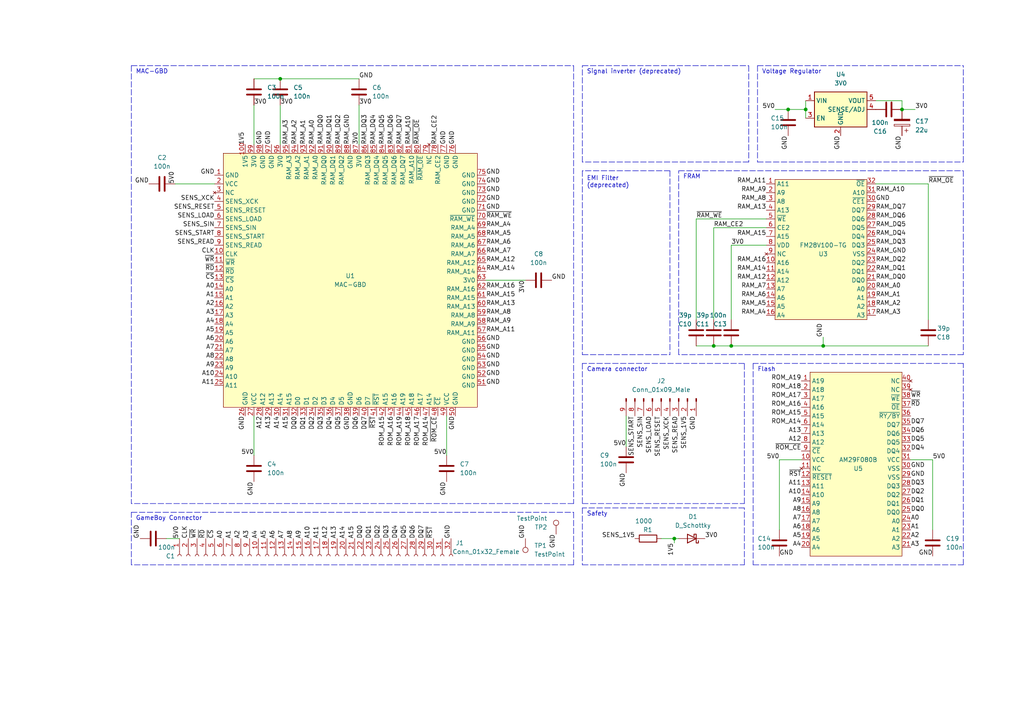
<source format=kicad_sch>
(kicad_sch (version 20231120) (generator "eeschema") (generator_version "8.0")
  (paper "A4")
  (title_block (title "Flashable Camera") (date "2024-07-26") (rev "B") (company "Made by 2BitWizard") (comment 1 "C10, C11 and C18 changed from 22 pf to 39 pf") (comment 2 "All 10 nf caps changed to 100 nf caps") (comment 3 "Signal inverter removed and RAM_CE1 to GND"))
  (lib_symbols
    (symbol "Connector:Conn_01x09_Male" (pin_names (offset 1.016) hide)
      (property "Reference" "J" (at 0 12.7 0))
      (property "Value" "Conn_01x09_Male" (at 0 -12.7 0))
      (symbol "Conn_01x09_Male_1_1"
        (polyline (pts (xy 1.27 -10.16) (xy 0.8636 -10.16)) (stroke (width 0.1524)))
        (polyline (pts (xy 1.27 -7.62) (xy 0.8636 -7.62)) (stroke (width 0.1524)))
        (polyline (pts (xy 1.27 -5.08) (xy 0.8636 -5.08)) (stroke (width 0.1524)))
        (polyline (pts (xy 1.27 -2.54) (xy 0.8636 -2.54)) (stroke (width 0.1524)))
        (polyline (pts (xy 1.27 0) (xy 0.8636 0)) (stroke (width 0.1524)))
        (polyline (pts (xy 1.27 2.54) (xy 0.8636 2.54)) (stroke (width 0.1524)))
        (polyline (pts (xy 1.27 5.08) (xy 0.8636 5.08)) (stroke (width 0.1524)))
        (polyline (pts (xy 1.27 7.62) (xy 0.8636 7.62)) (stroke (width 0.1524)))
        (polyline (pts (xy 1.27 10.16) (xy 0.8636 10.16)) (stroke (width 0.1524)))
        (rectangle (start 0.8636 -10.033) (end 0 -10.287) (stroke (width 0.1524)) (fill (type outline)))
        (rectangle (start 0.8636 -7.493) (end 0 -7.747) (stroke (width 0.1524)) (fill (type outline)))
        (rectangle (start 0.8636 -4.953) (end 0 -5.207) (stroke (width 0.1524)) (fill (type outline)))
        (rectangle (start 0.8636 -2.413) (end 0 -2.667) (stroke (width 0.1524)) (fill (type outline)))
        (rectangle (start 0.8636 0.127) (end 0 -0.127) (stroke (width 0.1524)) (fill (type outline)))
        (rectangle (start 0.8636 2.667) (end 0 2.413) (stroke (width 0.1524)) (fill (type outline)))
        (rectangle (start 0.8636 5.207) (end 0 4.953) (stroke (width 0.1524)) (fill (type outline)))
        (rectangle (start 0.8636 7.747) (end 0 7.493) (stroke (width 0.1524)) (fill (type outline)))
        (rectangle (start 0.8636 10.287) (end 0 10.033) (stroke (width 0.1524)) (fill (type outline)))
        (pin passive line (at 5.08 10.16 180) (length 3.81) (name "Pin_1") (number "1"))
        (pin passive line (at 5.08 7.62 180) (length 3.81) (name "Pin_2") (number "2"))
        (pin passive line (at 5.08 5.08 180) (length 3.81) (name "Pin_3") (number "3"))
        (pin passive line (at 5.08 2.54 180) (length 3.81) (name "Pin_4") (number "4"))
        (pin passive line (at 5.08 0 180) (length 3.81) (name "Pin_5") (number "5"))
        (pin passive line (at 5.08 -2.54 180) (length 3.81) (name "Pin_6") (number "6"))
        (pin passive line (at 5.08 -5.08 180) (length 3.81) (name "Pin_7") (number "7"))
        (pin passive line (at 5.08 -7.62 180) (length 3.81) (name "Pin_8") (number "8"))
        (pin passive line (at 5.08 -10.16 180) (length 3.81) (name "Pin_9") (number "9"))
      )
    )
    (symbol "Connector:Conn_01x32_Female" (pin_names (offset 1.016) hide)
      (property "Reference" "J" (at 0 40.64 0))
      (property "Value" "Conn_01x32_Female" (at 0 -43.18 0))
      (symbol "Conn_01x32_Female_1_1"
        (arc (start 0 -40.132) (mid -0.5058 -40.64) (end 0 -41.148) (stroke (width 0.1524)))
        (arc (start 0 -37.592) (mid -0.5058 -38.1) (end 0 -38.608) (stroke (width 0.1524)))
        (arc (start 0 -35.052) (mid -0.5058 -35.56) (end 0 -36.068) (stroke (width 0.1524)))
        (arc (start 0 -32.512) (mid -0.5058 -33.02) (end 0 -33.528) (stroke (width 0.1524)))
        (arc (start 0 -29.972) (mid -0.5058 -30.48) (end 0 -30.988) (stroke (width 0.1524)))
        (arc (start 0 -27.432) (mid -0.5058 -27.94) (end 0 -28.448) (stroke (width 0.1524)))
        (arc (start 0 -24.892) (mid -0.5058 -25.4) (end 0 -25.908) (stroke (width 0.1524)))
        (arc (start 0 -22.352) (mid -0.5058 -22.86) (end 0 -23.368) (stroke (width 0.1524)))
        (arc (start 0 -19.812) (mid -0.5058 -20.32) (end 0 -20.828) (stroke (width 0.1524)))
        (arc (start 0 -17.272) (mid -0.5058 -17.78) (end 0 -18.288) (stroke (width 0.1524)))
        (arc (start 0 -14.732) (mid -0.5058 -15.24) (end 0 -15.748) (stroke (width 0.1524)))
        (arc (start 0 -12.192) (mid -0.5058 -12.7) (end 0 -13.208) (stroke (width 0.1524)))
        (arc (start 0 -9.652) (mid -0.5058 -10.16) (end 0 -10.668) (stroke (width 0.1524)))
        (arc (start 0 -7.112) (mid -0.5058 -7.62) (end 0 -8.128) (stroke (width 0.1524)))
        (arc (start 0 -4.572) (mid -0.5058 -5.08) (end 0 -5.588) (stroke (width 0.1524)))
        (arc (start 0 -2.032) (mid -0.5058 -2.54) (end 0 -3.048) (stroke (width 0.1524)))
        (polyline (pts (xy -1.27 -40.64) (xy -0.508 -40.64)) (stroke (width 0.1524)))
        (polyline (pts (xy -1.27 -38.1) (xy -0.508 -38.1)) (stroke (width 0.1524)))
        (polyline (pts (xy -1.27 -35.56) (xy -0.508 -35.56)) (stroke (width 0.1524)))
        (polyline (pts (xy -1.27 -33.02) (xy -0.508 -33.02)) (stroke (width 0.1524)))
        (polyline (pts (xy -1.27 -30.48) (xy -0.508 -30.48)) (stroke (width 0.1524)))
        (polyline (pts (xy -1.27 -27.94) (xy -0.508 -27.94)) (stroke (width 0.1524)))
        (polyline (pts (xy -1.27 -25.4) (xy -0.508 -25.4)) (stroke (width 0.1524)))
        (polyline (pts (xy -1.27 -22.86) (xy -0.508 -22.86)) (stroke (width 0.1524)))
        (polyline (pts (xy -1.27 -20.32) (xy -0.508 -20.32)) (stroke (width 0.1524)))
        (polyline (pts (xy -1.27 -17.78) (xy -0.508 -17.78)) (stroke (width 0.1524)))
        (polyline (pts (xy -1.27 -15.24) (xy -0.508 -15.24)) (stroke (width 0.1524)))
        (polyline (pts (xy -1.27 -12.7) (xy -0.508 -12.7)) (stroke (width 0.1524)))
        (polyline (pts (xy -1.27 -10.16) (xy -0.508 -10.16)) (stroke (width 0.1524)))
        (polyline (pts (xy -1.27 -7.62) (xy -0.508 -7.62)) (stroke (width 0.1524)))
        (polyline (pts (xy -1.27 -5.08) (xy -0.508 -5.08)) (stroke (width 0.1524)))
        (polyline (pts (xy -1.27 -2.54) (xy -0.508 -2.54)) (stroke (width 0.1524)))
        (polyline (pts (xy -1.27 0) (xy -0.508 0)) (stroke (width 0.1524)))
        (polyline (pts (xy -1.27 2.54) (xy -0.508 2.54)) (stroke (width 0.1524)))
        (polyline (pts (xy -1.27 5.08) (xy -0.508 5.08)) (stroke (width 0.1524)))
        (polyline (pts (xy -1.27 7.62) (xy -0.508 7.62)) (stroke (width 0.1524)))
        (polyline (pts (xy -1.27 10.16) (xy -0.508 10.16)) (stroke (width 0.1524)))
        (polyline (pts (xy -1.27 12.7) (xy -0.508 12.7)) (stroke (width 0.1524)))
        (polyline (pts (xy -1.27 15.24) (xy -0.508 15.24)) (stroke (width 0.1524)))
        (polyline (pts (xy -1.27 17.78) (xy -0.508 17.78)) (stroke (width 0.1524)))
        (polyline (pts (xy -1.27 20.32) (xy -0.508 20.32)) (stroke (width 0.1524)))
        (polyline (pts (xy -1.27 22.86) (xy -0.508 22.86)) (stroke (width 0.1524)))
        (polyline (pts (xy -1.27 25.4) (xy -0.508 25.4)) (stroke (width 0.1524)))
        (polyline (pts (xy -1.27 27.94) (xy -0.508 27.94)) (stroke (width 0.1524)))
        (polyline (pts (xy -1.27 30.48) (xy -0.508 30.48)) (stroke (width 0.1524)))
        (polyline (pts (xy -1.27 33.02) (xy -0.508 33.02)) (stroke (width 0.1524)))
        (polyline (pts (xy -1.27 35.56) (xy -0.508 35.56)) (stroke (width 0.1524)))
        (polyline (pts (xy -1.27 38.1) (xy -0.508 38.1)) (stroke (width 0.1524)))
        (arc (start 0 0.508) (mid -0.5058 0) (end 0 -0.508) (stroke (width 0.1524)))
        (arc (start 0 3.048) (mid -0.5058 2.54) (end 0 2.032) (stroke (width 0.1524)))
        (arc (start 0 5.588) (mid -0.5058 5.08) (end 0 4.572) (stroke (width 0.1524)))
        (arc (start 0 8.128) (mid -0.5058 7.62) (end 0 7.112) (stroke (width 0.1524)))
        (arc (start 0 10.668) (mid -0.5058 10.16) (end 0 9.652) (stroke (width 0.1524)))
        (arc (start 0 13.208) (mid -0.5058 12.7) (end 0 12.192) (stroke (width 0.1524)))
        (arc (start 0 15.748) (mid -0.5058 15.24) (end 0 14.732) (stroke (width 0.1524)))
        (arc (start 0 18.288) (mid -0.5058 17.78) (end 0 17.272) (stroke (width 0.1524)))
        (arc (start 0 20.828) (mid -0.5058 20.32) (end 0 19.812) (stroke (width 0.1524)))
        (arc (start 0 23.368) (mid -0.5058 22.86) (end 0 22.352) (stroke (width 0.1524)))
        (arc (start 0 25.908) (mid -0.5058 25.4) (end 0 24.892) (stroke (width 0.1524)))
        (arc (start 0 28.448) (mid -0.5058 27.94) (end 0 27.432) (stroke (width 0.1524)))
        (arc (start 0 30.988) (mid -0.5058 30.48) (end 0 29.972) (stroke (width 0.1524)))
        (arc (start 0 33.528) (mid -0.5058 33.02) (end 0 32.512) (stroke (width 0.1524)))
        (arc (start 0 36.068) (mid -0.5058 35.56) (end 0 35.052) (stroke (width 0.1524)))
        (arc (start 0 38.608) (mid -0.5058 38.1) (end 0 37.592) (stroke (width 0.1524)))
        (pin passive line (at -5.08 38.1 0) (length 3.81) (name "Pin_1") (number "1"))
        (pin passive line (at -5.08 15.24 0) (length 3.81) (name "Pin_10") (number "10"))
        (pin passive line (at -5.08 12.7 0) (length 3.81) (name "Pin_11") (number "11"))
        (pin passive line (at -5.08 10.16 0) (length 3.81) (name "Pin_12") (number "12"))
        (pin passive line (at -5.08 7.62 0) (length 3.81) (name "Pin_13") (number "13"))
        (pin passive line (at -5.08 5.08 0) (length 3.81) (name "Pin_14") (number "14"))
        (pin passive line (at -5.08 2.54 0) (length 3.81) (name "Pin_15") (number "15"))
        (pin passive line (at -5.08 0 0) (length 3.81) (name "Pin_16") (number "16"))
        (pin passive line (at -5.08 -2.54 0) (length 3.81) (name "Pin_17") (number "17"))
        (pin passive line (at -5.08 -5.08 0) (length 3.81) (name "Pin_18") (number "18"))
        (pin passive line (at -5.08 -7.62 0) (length 3.81) (name "Pin_19") (number "19"))
        (pin passive line (at -5.08 35.56 0) (length 3.81) (name "Pin_2") (number "2"))
        (pin passive line (at -5.08 -10.16 0) (length 3.81) (name "Pin_20") (number "20"))
        (pin passive line (at -5.08 -12.7 0) (length 3.81) (name "Pin_21") (number "21"))
        (pin passive line (at -5.08 -15.24 0) (length 3.81) (name "Pin_22") (number "22"))
        (pin passive line (at -5.08 -17.78 0) (length 3.81) (name "Pin_23") (number "23"))
        (pin passive line (at -5.08 -20.32 0) (length 3.81) (name "Pin_24") (number "24"))
        (pin passive line (at -5.08 -22.86 0) (length 3.81) (name "Pin_25") (number "25"))
        (pin passive line (at -5.08 -25.4 0) (length 3.81) (name "Pin_26") (number "26"))
        (pin passive line (at -5.08 -27.94 0) (length 3.81) (name "Pin_27") (number "27"))
        (pin passive line (at -5.08 -30.48 0) (length 3.81) (name "Pin_28") (number "28"))
        (pin passive line (at -5.08 -33.02 0) (length 3.81) (name "Pin_29") (number "29"))
        (pin passive line (at -5.08 33.02 0) (length 3.81) (name "Pin_3") (number "3"))
        (pin passive line (at -5.08 -35.56 0) (length 3.81) (name "Pin_30") (number "30"))
        (pin passive line (at -5.08 -38.1 0) (length 3.81) (name "Pin_31") (number "31"))
        (pin passive line (at -5.08 -40.64 0) (length 3.81) (name "Pin_32") (number "32"))
        (pin passive line (at -5.08 30.48 0) (length 3.81) (name "Pin_4") (number "4"))
        (pin passive line (at -5.08 27.94 0) (length 3.81) (name "Pin_5") (number "5"))
        (pin passive line (at -5.08 25.4 0) (length 3.81) (name "Pin_6") (number "6"))
        (pin passive line (at -5.08 22.86 0) (length 3.81) (name "Pin_7") (number "7"))
        (pin passive line (at -5.08 20.32 0) (length 3.81) (name "Pin_8") (number "8"))
        (pin passive line (at -5.08 17.78 0) (length 3.81) (name "Pin_9") (number "9"))
      )
    )
    (symbol "Connector:TestPoint" (pin_numbers hide) (pin_names (offset 0.762) hide)
      (property "Reference" "TP" (at 0 6.858 0))
      (property "Value" "TestPoint" (at 0 5.08 0))
      (symbol "TestPoint_0_1"
        (circle (center 0 3.302) (radius 0.762))
      )
      (symbol "TestPoint_1_1"
        (pin passive line (at 0 0 90) (length 2.54) (name "1") (number "1"))
      )
    )
    (symbol "Device:C" (pin_numbers hide) (pin_names (offset 0.254))
      (property "Reference" "C" (at 0.635 2.54 0))
      (property "Value" "C" (at 0.635 -2.54 0))
      (symbol "C_0_1"
        (polyline (pts (xy -2.032 -0.762) (xy 2.032 -0.762)) (stroke (width 0.508)))
        (polyline (pts (xy -2.032 0.762) (xy 2.032 0.762)) (stroke (width 0.508)))
      )
      (symbol "C_1_1"
        (pin passive line (at 0 3.81 270) (length 2.794) (name "~") (number "1"))
        (pin passive line (at 0 -3.81 90) (length 2.794) (name "~") (number "2"))
      )
    )
    (symbol "Device:C_Polarized" (pin_numbers hide) (pin_names (offset 0.254))
      (property "Reference" "C" (at 0.635 2.54 0))
      (property "Value" "C_Polarized" (at 0.635 -2.54 0))
      (symbol "C_Polarized_0_1"
        (rectangle (start -2.286 0.508) (end 2.286 1.016))
        (polyline (pts (xy -1.778 2.286) (xy -0.762 2.286)))
        (polyline (pts (xy -1.27 2.794) (xy -1.27 1.778)))
        (rectangle (start 2.286 -0.508) (end -2.286 -1.016) (fill (type outline)))
      )
      (symbol "C_Polarized_1_1"
        (pin passive line (at 0 3.81 270) (length 2.794) (name "~") (number "1"))
        (pin passive line (at 0 -3.81 90) (length 2.794) (name "~") (number "2"))
      )
    )
    (symbol "Device:D_Schottky" (pin_numbers hide) (pin_names (offset 1.016) hide)
      (property "Reference" "D" (at 0 2.54 0))
      (property "Value" "D_Schottky" (at 0 -2.54 0))
      (symbol "D_Schottky_0_1"
        (polyline (pts (xy 1.27 0) (xy -1.27 0)))
        (polyline (pts (xy 1.27 1.27) (xy 1.27 -1.27) (xy -1.27 0) (xy 1.27 1.27)) (stroke (width 0.254)))
        (polyline (pts (xy -1.905 0.635) (xy -1.905 1.27) (xy -1.27 1.27) (xy -1.27 -1.27) (xy -0.635 -1.27) (xy -0.635 -0.635)) (stroke (width 0.254)))
      )
      (symbol "D_Schottky_1_1"
        (pin passive line (at -3.81 0 0) (length 2.54) (name "K") (number "1"))
        (pin passive line (at 3.81 0 180) (length 2.54) (name "A") (number "2"))
      )
    )
    (symbol "Device:R" (pin_numbers hide) (pin_names (offset 0))
      (property "Reference" "R" (at 2.032 0 90))
      (property "Value" "R" (at 0 0 90))
      (symbol "R_0_1"
        (rectangle (start -1.016 -2.54) (end 1.016 2.54) (stroke (width 0.254)))
      )
      (symbol "R_1_1"
        (pin passive line (at 0 3.81 270) (length 1.27) (name "~") (number "1"))
        (pin passive line (at 0 -3.81 90) (length 1.27) (name "~") (number "2"))
      )
    )
    (symbol "GBC:3V0"
      (property "Reference" "U" (at 0 8.89 0))
      (property "Value" "3V0" (at 0 6.35 0))
      (symbol "3V0_0_1"
        (rectangle (start -7.62 5.08) (end 7.62 -5.08) (stroke (width 0.254)) (fill (type background)))
      )
      (symbol "3V0_1_1"
        (pin passive line (at -10.16 2.54 0) (length 2.54) (name "VIN") (number "1"))
        (pin passive line (at 0 -7.62 90) (length 2.54) (name "GND") (number "2"))
        (pin passive line (at -10.16 -2.54 0) (length 2.54) (name "EN") (number "3"))
        (pin passive line (at 10.16 0 180) (length 2.54) (name "SENSE/ADJ") (number "4"))
        (pin passive line (at 10.16 2.54 180) (length 2.54) (name "VOUT") (number "5"))
      )
    )
    (symbol "GBC:AM29F080B"
      (property "Reference" "U" (at 0 -1.27 0))
      (property "Value" "AM29F080B" (at 0 1.27 0))
      (symbol "AM29F080B_0_1"
        (rectangle (start -13.97 26.67) (end 12.7 -26.67) (fill (type background)))
      )
      (symbol "AM29F080B_1_1"
        (pin passive line (at -16.51 24.13 0) (length 2.54) (name "A19") (number "1"))
        (pin passive line (at -16.51 1.27 0) (length 2.54) (name "VCC") (number "10"))
        (pin no_connect line (at -16.51 -1.27 0) (length 2.54) (name "NC") (number "11"))
        (pin passive line (at -16.51 -3.81 0) (length 2.54) (name "~{RESET}") (number "12"))
        (pin passive line (at -16.51 -6.35 0) (length 2.54) (name "A11") (number "13"))
        (pin passive line (at -16.51 -8.89 0) (length 2.54) (name "A10") (number "14"))
        (pin passive line (at -16.51 -11.43 0) (length 2.54) (name "A9") (number "15"))
        (pin passive line (at -16.51 -13.97 0) (length 2.54) (name "A8") (number "16"))
        (pin passive line (at -16.51 -16.51 0) (length 2.54) (name "A7") (number "17"))
        (pin passive line (at -16.51 -19.05 0) (length 2.54) (name "A6") (number "18"))
        (pin passive line (at -16.51 -21.59 0) (length 2.54) (name "A5") (number "19"))
        (pin passive line (at -16.51 21.59 0) (length 2.54) (name "A18") (number "2"))
        (pin passive line (at -16.51 -24.13 0) (length 2.54) (name "A4") (number "20"))
        (pin passive line (at 15.24 -24.13 180) (length 2.54) (name "A3") (number "21"))
        (pin passive line (at 15.24 -21.59 180) (length 2.54) (name "A2") (number "22"))
        (pin passive line (at 15.24 -19.05 180) (length 2.54) (name "A1") (number "23"))
        (pin passive line (at 15.24 -16.51 180) (length 2.54) (name "A0") (number "24"))
        (pin passive line (at 15.24 -13.97 180) (length 2.54) (name "DQ0") (number "25"))
        (pin passive line (at 15.24 -11.43 180) (length 2.54) (name "DQ1") (number "26"))
        (pin passive line (at 15.24 -8.89 180) (length 2.54) (name "DQ2") (number "27"))
        (pin passive line (at 15.24 -6.35 180) (length 2.54) (name "DQ3") (number "28"))
        (pin passive line (at 15.24 -3.81 180) (length 2.54) (name "VSS") (number "29"))
        (pin passive line (at -16.51 19.05 0) (length 2.54) (name "A17") (number "3"))
        (pin passive line (at 15.24 -1.27 180) (length 2.54) (name "VSS") (number "30"))
        (pin passive line (at 15.24 1.27 180) (length 2.54) (name "VCC") (number "31"))
        (pin passive line (at 15.24 3.81 180) (length 2.54) (name "DQ4") (number "32"))
        (pin passive line (at 15.24 6.35 180) (length 2.54) (name "DQ5") (number "33"))
        (pin passive line (at 15.24 8.89 180) (length 2.54) (name "DQ6") (number "34"))
        (pin passive line (at 15.24 11.43 180) (length 2.54) (name "DQ7") (number "35"))
        (pin passive line (at 15.24 13.97 180) (length 2.54) (name "~{RY/BY}") (number "36"))
        (pin passive line (at 15.24 16.51 180) (length 2.54) (name "~{OE}") (number "37"))
        (pin passive line (at 15.24 19.05 180) (length 2.54) (name "~{WE}") (number "38"))
        (pin no_connect line (at 15.24 21.59 180) (length 2.54) (name "NC") (number "39"))
        (pin passive line (at -16.51 16.51 0) (length 2.54) (name "A16") (number "4"))
        (pin no_connect line (at 15.24 24.13 180) (length 2.54) (name "NC") (number "40"))
        (pin passive line (at -16.51 13.97 0) (length 2.54) (name "A15") (number "5"))
        (pin passive line (at -16.51 11.43 0) (length 2.54) (name "A14") (number "6"))
        (pin passive line (at -16.51 8.89 0) (length 2.54) (name "A13") (number "7"))
        (pin passive line (at -16.51 6.35 0) (length 2.54) (name "A12") (number "8"))
        (pin passive line (at -16.51 3.81 0) (length 2.54) (name "~{CE}") (number "9"))
      )
    )
    (symbol "GBC:FM28V100-TG "
      (property "Reference" "U" (at 0 -1.27 0))
      (property "Value" "FM28V100-TG " (at 0 1.27 0))
      (symbol "FM28V100-TG _0_1"
        (rectangle (start -13.97 20.32) (end 12.7 -20.32) (fill (type background)))
      )
      (symbol "FM28V100-TG _1_1"
        (pin passive line (at -16.51 19.05 0) (length 2.54) (name "A11") (number "1"))
        (pin passive line (at -16.51 -3.81 0) (length 2.54) (name "A16") (number "10"))
        (pin passive line (at -16.51 -6.35 0) (length 2.54) (name "A14") (number "11"))
        (pin passive line (at -16.51 -8.89 0) (length 2.54) (name "A12") (number "12"))
        (pin passive line (at -16.51 -11.43 0) (length 2.54) (name "A7") (number "13"))
        (pin passive line (at -16.51 -13.97 0) (length 2.54) (name "A6") (number "14"))
        (pin passive line (at -16.51 -16.51 0) (length 2.54) (name "A5") (number "15"))
        (pin passive line (at -16.51 -19.05 0) (length 2.54) (name "A4") (number "16"))
        (pin passive line (at 15.24 -19.05 180) (length 2.54) (name "A3") (number "17"))
        (pin passive line (at 15.24 -16.51 180) (length 2.54) (name "A2") (number "18"))
        (pin passive line (at 15.24 -13.97 180) (length 2.54) (name "A1") (number "19"))
        (pin passive line (at -16.51 16.51 0) (length 2.54) (name "A9") (number "2"))
        (pin passive line (at 15.24 -11.43 180) (length 2.54) (name "A0") (number "20"))
        (pin passive line (at 15.24 -8.89 180) (length 2.54) (name "DQ0") (number "21"))
        (pin passive line (at 15.24 -6.35 180) (length 2.54) (name "DQ1") (number "22"))
        (pin passive line (at 15.24 -3.81 180) (length 2.54) (name "DQ2") (number "23"))
        (pin passive line (at 15.24 -1.27 180) (length 2.54) (name "VSS") (number "24"))
        (pin passive line (at 15.24 1.27 180) (length 2.54) (name "DQ3") (number "25"))
        (pin passive line (at 15.24 3.81 180) (length 2.54) (name "DQ4") (number "26"))
        (pin passive line (at 15.24 6.35 180) (length 2.54) (name "DQ5") (number "27"))
        (pin passive line (at 15.24 8.89 180) (length 2.54) (name "DQ6") (number "28"))
        (pin passive line (at 15.24 11.43 180) (length 2.54) (name "DQ7") (number "29"))
        (pin passive line (at -16.51 13.97 0) (length 2.54) (name "A8") (number "3"))
        (pin passive line (at 15.24 13.97 180) (length 2.54) (name "~{CE1}") (number "30"))
        (pin passive line (at 15.24 16.51 180) (length 2.54) (name "A10") (number "31"))
        (pin passive line (at 15.24 19.05 180) (length 2.54) (name "~{OE}") (number "32"))
        (pin passive line (at -16.51 11.43 0) (length 2.54) (name "A13") (number "4"))
        (pin passive line (at -16.51 8.89 0) (length 2.54) (name "~{WE}") (number "5"))
        (pin passive line (at -16.51 6.35 0) (length 2.54) (name "CE2") (number "6"))
        (pin passive line (at -16.51 3.81 0) (length 2.54) (name "A15") (number "7"))
        (pin passive line (at -16.51 1.27 0) (length 2.54) (name "VDD") (number "8"))
        (pin no_connect line (at -16.51 -1.27 0) (length 2.54) (name "NC") (number "9"))
      )
    )
    (symbol "GBC:MAC-GBD"
      (property "Reference" "U" (at 0 -1.27 0))
      (property "Value" "MAC-GBD" (at 0 1.27 0))
      (symbol "MAC-GBD_0_1"
        (rectangle (start -36.83 36.83) (end 36.83 -36.83) (fill (type background)))
      )
      (symbol "MAC-GBD_1_1"
        (pin passive line (at -39.37 30.48 0) (length 2.54) (name "GND") (number "1"))
        (pin passive line (at -39.37 7.62 0) (length 2.54) (name "CLK") (number "10"))
        (pin passive line (at -30.48 39.37 270) (length 2.54) (name "1V5") (number "100"))
        (pin passive line (at -39.37 5.08 0) (length 2.54) (name "~{WR}") (number "11"))
        (pin passive line (at -39.37 2.54 0) (length 2.54) (name "~{RD}") (number "12"))
        (pin passive line (at -39.37 0 0) (length 2.54) (name "~{CS}") (number "13"))
        (pin passive line (at -39.37 -2.54 0) (length 2.54) (name "A0") (number "14"))
        (pin passive line (at -39.37 -5.08 0) (length 2.54) (name "A1") (number "15"))
        (pin passive line (at -39.37 -7.62 0) (length 2.54) (name "A2") (number "16"))
        (pin passive line (at -39.37 -10.16 0) (length 2.54) (name "A3") (number "17"))
        (pin passive line (at -39.37 -12.7 0) (length 2.54) (name "A4") (number "18"))
        (pin passive line (at -39.37 -15.24 0) (length 2.54) (name "A5") (number "19"))
        (pin passive line (at -39.37 27.94 0) (length 2.54) (name "VCC") (number "2"))
        (pin passive line (at -39.37 -17.78 0) (length 2.54) (name "A6") (number "20"))
        (pin passive line (at -39.37 -20.32 0) (length 2.54) (name "A7") (number "21"))
        (pin passive line (at -39.37 -22.86 0) (length 2.54) (name "A8") (number "22"))
        (pin passive line (at -39.37 -25.4 0) (length 2.54) (name "A9") (number "23"))
        (pin passive line (at -39.37 -27.94 0) (length 2.54) (name "A10") (number "24"))
        (pin passive line (at -39.37 -30.48 0) (length 2.54) (name "A11") (number "25"))
        (pin passive line (at -30.48 -39.37 90) (length 2.54) (name "GND") (number "26"))
        (pin passive line (at -27.94 -39.37 90) (length 2.54) (name "VCC") (number "27"))
        (pin passive line (at -25.4 -39.37 90) (length 2.54) (name "A12") (number "28"))
        (pin passive line (at -22.86 -39.37 90) (length 2.54) (name "A13") (number "29"))
        (pin no_connect line (at -39.37 25.4 0) (length 2.54) (name "NC") (number "3"))
        (pin passive line (at -20.32 -39.37 90) (length 2.54) (name "A14") (number "30"))
        (pin passive line (at -17.78 -39.37 90) (length 2.54) (name "A15") (number "31"))
        (pin passive line (at -15.24 -39.37 90) (length 2.54) (name "D0") (number "32"))
        (pin passive line (at -12.7 -39.37 90) (length 2.54) (name "D1") (number "33"))
        (pin passive line (at -10.16 -39.37 90) (length 2.54) (name "D2") (number "34"))
        (pin passive line (at -7.62 -39.37 90) (length 2.54) (name "D3") (number "35"))
        (pin passive line (at -5.08 -39.37 90) (length 2.54) (name "D4") (number "36"))
        (pin passive line (at -2.54 -39.37 90) (length 2.54) (name "D5") (number "37"))
        (pin passive line (at 0 -39.37 90) (length 2.54) (name "GND") (number "38"))
        (pin passive line (at 2.54 -39.37 90) (length 2.54) (name "D6") (number "39"))
        (pin passive line (at -39.37 22.86 0) (length 2.54) (name "SENS_XCK") (number "4"))
        (pin passive line (at 5.08 -39.37 90) (length 2.54) (name "D7") (number "40"))
        (pin passive line (at 7.62 -39.37 90) (length 2.54) (name "~{RST}") (number "41"))
        (pin passive line (at 10.16 -39.37 90) (length 2.54) (name "A15") (number "42"))
        (pin passive line (at 12.7 -39.37 90) (length 2.54) (name "A16") (number "43"))
        (pin passive line (at 15.24 -39.37 90) (length 2.54) (name "A19") (number "44"))
        (pin passive line (at 17.78 -39.37 90) (length 2.54) (name "A18") (number "45"))
        (pin passive line (at 20.32 -39.37 90) (length 2.54) (name "A17") (number "46"))
        (pin passive line (at 22.86 -39.37 90) (length 2.54) (name "A14") (number "47"))
        (pin passive line (at 25.4 -39.37 90) (length 2.54) (name "~{CE}") (number "48"))
        (pin passive line (at 27.94 -39.37 90) (length 2.54) (name "VCC") (number "49"))
        (pin passive line (at -39.37 20.32 0) (length 2.54) (name "SENS_RESET") (number "5"))
        (pin passive line (at 30.48 -39.37 90) (length 2.54) (name "GND") (number "50"))
        (pin passive line (at 39.37 -30.48 180) (length 2.54) (name "GND") (number "51"))
        (pin passive line (at 39.37 -27.94 180) (length 2.54) (name "GND") (number "52"))
        (pin passive line (at 39.37 -25.4 180) (length 2.54) (name "GND") (number "53"))
        (pin passive line (at 39.37 -22.86 180) (length 2.54) (name "GND") (number "54"))
        (pin passive line (at 39.37 -20.32 180) (length 2.54) (name "GND") (number "55"))
        (pin passive line (at 39.37 -17.78 180) (length 2.54) (name "GND") (number "56"))
        (pin passive line (at 39.37 -15.24 180) (length 2.54) (name "RAM_A11") (number "57"))
        (pin passive line (at 39.37 -12.7 180) (length 2.54) (name "RAM_A9") (number "58"))
        (pin passive line (at 39.37 -10.16 180) (length 2.54) (name "RAM_A8") (number "59"))
        (pin passive line (at -39.37 17.78 0) (length 2.54) (name "SENS_LOAD") (number "6"))
        (pin passive line (at 39.37 -7.62 180) (length 2.54) (name "RAM_A13") (number "60"))
        (pin passive line (at 39.37 -5.08 180) (length 2.54) (name "RAM_A15") (number "61"))
        (pin passive line (at 39.37 -2.54 180) (length 2.54) (name "RAM_A16") (number "62"))
        (pin passive line (at 39.37 0 180) (length 2.54) (name "3V0") (number "63"))
        (pin passive line (at 39.37 2.54 180) (length 2.54) (name "RAM_A14") (number "64"))
        (pin passive line (at 39.37 5.08 180) (length 2.54) (name "RAM_A12") (number "65"))
        (pin passive line (at 39.37 7.62 180) (length 2.54) (name "RAM_A7") (number "66"))
        (pin passive line (at 39.37 10.16 180) (length 2.54) (name "RAM_A6") (number "67"))
        (pin passive line (at 39.37 12.7 180) (length 2.54) (name "RAM_A5") (number "68"))
        (pin passive line (at 39.37 15.24 180) (length 2.54) (name "RAM_A4") (number "69"))
        (pin passive line (at -39.37 15.24 0) (length 2.54) (name "SENS_SIN") (number "7"))
        (pin passive line (at 39.37 17.78 180) (length 2.54) (name "~{RAM_WE}") (number "70"))
        (pin passive line (at 39.37 20.32 180) (length 2.54) (name "GND") (number "71"))
        (pin passive line (at 39.37 22.86 180) (length 2.54) (name "GND") (number "72"))
        (pin passive line (at 39.37 25.4 180) (length 2.54) (name "GND") (number "73"))
        (pin passive line (at 39.37 27.94 180) (length 2.54) (name "GND") (number "74"))
        (pin passive line (at 39.37 30.48 180) (length 2.54) (name "GND") (number "75"))
        (pin passive line (at 30.48 39.37 270) (length 2.54) (name "GND") (number "76"))
        (pin passive line (at 27.94 39.37 270) (length 2.54) (name "GND") (number "77"))
        (pin passive line (at 25.4 39.37 270) (length 2.54) (name "RAM_CE2") (number "78"))
        (pin no_connect line (at 22.86 39.37 270) (length 2.54) (name "NC") (number "79"))
        (pin passive line (at -39.37 12.7 0) (length 2.54) (name "SENS_START") (number "8"))
        (pin passive line (at 20.32 39.37 270) (length 2.54) (name "~{RAM_OE}") (number "80"))
        (pin passive line (at 17.78 39.37 270) (length 2.54) (name "RAM_A10") (number "81"))
        (pin passive line (at 15.24 39.37 270) (length 2.54) (name "RAM_DQ7") (number "82"))
        (pin passive line (at 12.7 39.37 270) (length 2.54) (name "RAM_DQ6") (number "83"))
        (pin passive line (at 10.16 39.37 270) (length 2.54) (name "RAM_DQ5") (number "84"))
        (pin passive line (at 7.62 39.37 270) (length 2.54) (name "RAM_DQ4") (number "85"))
        (pin passive line (at 5.08 39.37 270) (length 2.54) (name "RAM_DQ3") (number "86"))
        (pin passive line (at 2.54 39.37 270) (length 2.54) (name "3V0") (number "87"))
        (pin passive line (at 0 39.37 270) (length 2.54) (name "GND") (number "88"))
        (pin passive line (at -2.54 39.37 270) (length 2.54) (name "RAM_DQ2") (number "89"))
        (pin passive line (at -39.37 10.16 0) (length 2.54) (name "SENS_READ") (number "9"))
        (pin passive line (at -5.08 39.37 270) (length 2.54) (name "RAM_DQ1") (number "90"))
        (pin passive line (at -7.62 39.37 270) (length 2.54) (name "RAM_DQ0") (number "91"))
        (pin passive line (at -10.16 39.37 270) (length 2.54) (name "RAM_A0") (number "92"))
        (pin passive line (at -12.7 39.37 270) (length 2.54) (name "RAM_A1") (number "93"))
        (pin passive line (at -15.24 39.37 270) (length 2.54) (name "RAM_A2") (number "94"))
        (pin passive line (at -17.78 39.37 270) (length 2.54) (name "RAM_A3") (number "95"))
        (pin passive line (at -20.32 39.37 270) (length 2.54) (name "3V0") (number "96"))
        (pin passive line (at -22.86 39.37 270) (length 2.54) (name "GND") (number "97"))
        (pin passive line (at -25.4 39.37 270) (length 2.54) (name "GND") (number "98"))
        (pin passive line (at -27.94 39.37 270) (length 2.54) (name "3V0") (number "99"))
      )
    )
  )
  (junction (at 233.68 31.75))
  (junction (at 238.76 100.33))
  (junction (at 81.28 22.86))
  (junction (at 207.01 100.33))
  (junction (at 195.58 156.21))
  (junction (at 261.62 31.75))
  (junction (at 228.6 31.75))
  (junction (at 212.09 100.33))
  (polyline (pts (xy 166.37 163.83) (xy 38.1 163.83)) (stroke (width 0) (type dash)))
  (polyline (pts (xy 279.4 49.53) (xy 279.4 102.87)) (stroke (width 0) (type dash)))
  (polyline (pts (xy 166.37 148.59) (xy 166.37 163.83)) (stroke (width 0) (type dash)))
  (wire (pts (xy 228.6 31.75) (xy 233.68 31.75)))
  (polyline (pts (xy 215.9 163.83) (xy 215.9 147.32)) (stroke (width 0) (type dash)))
  (polyline (pts (xy 279.4 163.83) (xy 279.4 105.41)) (stroke (width 0) (type dash)))
  (wire (pts (xy 181.61 129.54) (xy 181.61 120.65)))
  (polyline (pts (xy 196.85 49.53) (xy 279.4 49.53)) (stroke (width 0) (type dash)))
  (polyline (pts (xy 166.37 146.05) (xy 38.1 146.05)) (stroke (width 0) (type dash)))
  (polyline (pts (xy 166.37 19.05) (xy 166.37 146.05)) (stroke (width 0) (type dash)))
  (wire (pts (xy 269.24 53.34) (xy 269.24 92.71)))
  (polyline (pts (xy 217.17 19.05) (xy 217.17 46.99)) (stroke (width 0) (type dash)))
  (wire (pts (xy 48.26 156.21) (xy 52.07 156.21)))
  (polyline (pts (xy 38.1 19.05) (xy 38.1 146.05)) (stroke (width 0) (type dash)))
  (polyline (pts (xy 279.4 102.87) (xy 196.85 102.87)) (stroke (width 0) (type dash)))
  (polyline (pts (xy 168.91 19.05) (xy 217.17 19.05)) (stroke (width 0) (type dash)))
  (wire (pts (xy 222.25 66.04) (xy 207.01 66.04)))
  (wire (pts (xy 212.09 100.33) (xy 238.76 100.33)))
  (wire (pts (xy 201.93 63.5) (xy 201.93 92.71)))
  (polyline (pts (xy 279.4 46.99) (xy 279.4 19.05)) (stroke (width 0) (type dash)))
  (wire (pts (xy 261.62 31.75) (xy 265.43 31.75)))
  (wire (pts (xy 207.01 66.04) (xy 207.01 92.71)))
  (wire (pts (xy 73.66 30.48) (xy 73.66 41.91)))
  (polyline (pts (xy 168.91 46.99) (xy 168.91 19.05)) (stroke (width 0) (type dash)))
  (polyline (pts (xy 219.71 46.99) (xy 279.4 46.99)) (stroke (width 0) (type dash)))
  (wire (pts (xy 232.41 133.35) (xy 226.06 133.35)))
  (wire (pts (xy 224.79 31.75) (xy 228.6 31.75)))
  (wire (pts (xy 233.68 29.21) (xy 233.68 31.75)))
  (polyline (pts (xy 196.85 102.87) (xy 196.85 49.53)) (stroke (width 0) (type dash)))
  (wire (pts (xy 50.8 53.34) (xy 62.23 53.34)))
  (polyline (pts (xy 219.71 19.05) (xy 219.71 46.99)) (stroke (width 0) (type dash)))
  (wire (pts (xy 254 29.21) (xy 261.62 29.21)))
  (polyline (pts (xy 194.31 49.53) (xy 194.31 102.87)) (stroke (width 0) (type dash)))
  (polyline (pts (xy 168.91 146.05) (xy 215.9 146.05)) (stroke (width 0) (type dash)))
  (wire (pts (xy 81.28 22.86) (xy 104.14 22.86)))
  (polyline (pts (xy 168.91 163.83) (xy 215.9 163.83)) (stroke (width 0) (type dash)))
  (polyline (pts (xy 218.44 163.83) (xy 279.4 163.83)) (stroke (width 0) (type dash)))
  (wire (pts (xy 201.93 100.33) (xy 207.01 100.33)))
  (wire (pts (xy 238.76 97.79) (xy 238.76 100.33)))
  (polyline (pts (xy 217.17 46.99) (xy 168.91 46.99)) (stroke (width 0) (type dash)))
  (wire (pts (xy 81.28 30.48) (xy 81.28 41.91)))
  (wire (pts (xy 195.58 156.21) (xy 195.58 157.48)))
  (polyline (pts (xy 215.9 147.32) (xy 168.91 147.32)) (stroke (width 0) (type dash)))
  (polyline (pts (xy 279.4 105.41) (xy 218.44 105.41)) (stroke (width 0) (type dash)))
  (polyline (pts (xy 38.1 19.05) (xy 166.37 19.05)) (stroke (width 0) (type dash)))
  (polyline (pts (xy 38.1 163.83) (xy 38.1 148.59)) (stroke (width 0) (type dash)))
  (wire (pts (xy 73.66 22.86) (xy 81.28 22.86)))
  (wire (pts (xy 261.62 29.21) (xy 261.62 31.75)))
  (wire (pts (xy 195.58 156.21) (xy 196.85 156.21)))
  (wire (pts (xy 270.51 133.35) (xy 270.51 153.67)))
  (polyline (pts (xy 168.91 147.32) (xy 168.91 163.83)) (stroke (width 0) (type dash)))
  (wire (pts (xy 212.09 92.71) (xy 212.09 71.12)))
  (wire (pts (xy 104.14 30.48) (xy 104.14 41.91)))
  (wire (pts (xy 222.25 63.5) (xy 201.93 63.5)))
  (wire (pts (xy 233.68 31.75) (xy 233.68 34.29)))
  (wire (pts (xy 212.09 71.12) (xy 222.25 71.12)))
  (wire (pts (xy 191.77 156.21) (xy 195.58 156.21)))
  (polyline (pts (xy 38.1 148.59) (xy 166.37 148.59)) (stroke (width 0) (type dash)))
  (wire (pts (xy 140.97 81.28) (xy 152.4 81.28)))
  (polyline (pts (xy 218.44 105.41) (xy 218.44 163.83)) (stroke (width 0) (type dash)))
  (wire (pts (xy 129.54 120.65) (xy 129.54 132.08)))
  (wire (pts (xy 264.16 133.35) (xy 270.51 133.35)))
  (wire (pts (xy 238.76 100.33) (xy 269.24 100.33)))
  (wire (pts (xy 207.01 100.33) (xy 212.09 100.33)))
  (wire (pts (xy 254 53.34) (xy 269.24 53.34)))
  (polyline (pts (xy 219.71 19.05) (xy 279.4 19.05)) (stroke (width 0) (type dash)))
  (polyline (pts (xy 168.91 102.87) (xy 194.31 102.87)) (stroke (width 0) (type dash)))
  (polyline (pts (xy 168.91 105.41) (xy 168.91 146.05)) (stroke (width 0) (type dash)))
  (polyline (pts (xy 168.91 49.53) (xy 168.91 102.87)) (stroke (width 0) (type dash)))
  (polyline (pts (xy 194.31 49.53) (xy 168.91 49.53)) (stroke (width 0) (type dash)))
  (wire (pts (xy 226.06 133.35) (xy 226.06 153.67)))
  (wire (pts (xy 73.66 120.65) (xy 73.66 132.08)))
  (polyline (pts (xy 215.9 105.41) (xy 168.91 105.41)) (stroke (width 0) (type dash)))
  (polyline (pts (xy 215.9 146.05) (xy 215.9 105.41)) (stroke (width 0) (type dash)))
  (text "Camera connector\n" (at 170.18 107.95 0) (effects (font (size 1.27 1.27)) (justify left bottom)))
  (text "Signal inverter (deprecated)" (at 170.18 21.59 0) (effects (font (size 1.27 1.27)) (justify left bottom)))
  (text "Flash" (at 219.71 107.95 0) (effects (font (size 1.27 1.27)) (justify left bottom)))
  (text "MAC-GBD" (at 39.37 21.59 0) (effects (font (size 1.27 1.27)) (justify left bottom)))
  (text "GameBoy Connector\n" (at 39.37 151.13 0) (effects (font (size 1.27 1.27)) (justify left bottom)))
  (text "FRAM\n" (at 198.12 52.07 0) (effects (font (size 1.27 1.27)) (justify left bottom)))
  (text "Voltage Regulator\n" (at 220.98 21.59 0) (effects (font (size 1.27 1.27)) (justify left bottom)))
  (text "EMI Filter\n(deprecated)" (at 170.18 54.61 0) (effects (font (size 1.27 1.27)) (justify left bottom)))
  (text "Safety\n" (at 170.18 149.86 0) (effects (font (size 1.27 1.27)) (justify left bottom)))
  (label "SENS_RESET" (at 62.23 60.96 180))
  (label "GND" (at 140.97 99.06 0))
  (label "GND" (at 140.97 106.68 0))
  (label "3V0" (at 73.66 30.48 0))
  (label "RAM_A16" (at 222.25 76.2 180))
  (label "A11" (at 92.71 156.21 90))
  (label "RAM_DQ0" (at 93.98 41.91 90))
  (label "A6" (at 232.41 153.67 180))
  (label "DQ7" (at 264.16 123.19 0))
  (label "DQ7" (at 106.68 120.65 270))
  (label "ROM_A15" (at 111.76 120.65 270))
  (label "DQ5" (at 118.11 156.21 90))
  (label "RAM_CE2" (at 127 41.91 90))
  (label "SENS_READ" (at 196.85 120.65 270))
  (label "RAM_GND" (at 101.6 41.91 90))
  (label "3V0" (at 81.28 30.48 0))
  (label "~{ROM_CE}" (at 127 120.65 270))
  (label "GND" (at 76.2 41.91 90))
  (label "1V5" (at 195.58 157.48 270))
  (label "GND" (at 201.93 120.65 270))
  (label "ROM_A19" (at 232.41 110.49 180))
  (label "RAM_A1" (at 88.9 41.91 90))
  (label "GND" (at 78.74 41.91 90))
  (label "ROM_A14" (at 232.41 123.19 180))
  (label "GND" (at 129.54 139.7 270))
  (label "~{WR}" (at 62.23 76.2 180))
  (label "DQ1" (at 264.16 146.05 0))
  (label "DQ4" (at 96.52 120.65 270))
  (label "~{RST}" (at 125.73 156.21 90))
  (label "A4" (at 74.93 156.21 90))
  (label "DQ6" (at 264.16 125.73 0))
  (label "SENS_RESET" (at 191.77 120.65 270))
  (label "~{RAM_OE}" (at 121.92 41.91 90))
  (label "GND" (at 101.6 120.65 270))
  (label "DQ4" (at 115.57 156.21 90))
  (label "A6" (at 62.23 99.06 180))
  (label "SENS_SIN" (at 62.23 66.04 180))
  (label "A15" (at 102.87 156.21 90))
  (label "GND" (at 73.66 139.7 270))
  (label "ROM_A18" (at 119.38 120.65 270))
  (label "RAM_A13" (at 222.25 60.96 180))
  (label "~{CS}" (at 62.23 81.28 180))
  (label "A10" (at 232.41 143.51 180))
  (label "A13" (at 97.79 156.21 90))
  (label "RAM_DQ6" (at 254 63.5 0))
  (label "SENS_LOAD" (at 189.23 120.65 270))
  (label "RAM_DQ1" (at 96.52 41.91 90))
  (label "A7" (at 232.41 151.13 180))
  (label "~{RD}" (at 62.23 78.74 180))
  (label "A8" (at 62.23 104.14 180))
  (label "5V0" (at 226.06 133.35 180))
  (label "ROM_A19" (at 116.84 120.65 270))
  (label "DQ6" (at 120.65 156.21 90))
  (label "A3" (at 72.39 156.21 90))
  (label "GND" (at 270.51 161.29 180))
  (label "RAM_A13" (at 140.97 88.9 0))
  (label "ROM_A14" (at 124.46 120.65 270))
  (label "A1" (at 264.16 153.67 0))
  (label "DQ0" (at 105.41 156.21 90))
  (label "~{RD}" (at 59.69 156.21 90))
  (label "A14" (at 81.28 120.65 270))
  (label "DQ2" (at 264.16 143.51 0))
  (label "A9" (at 62.23 106.68 180))
  (label "A1" (at 67.31 156.21 90))
  (label "3V0" (at 152.4 81.28 270))
  (label "RAM_A6" (at 222.25 86.36 180))
  (label "GND" (at 129.54 41.91 90))
  (label "~{WR}" (at 57.15 156.21 90))
  (label "GND" (at 40.64 156.21 90))
  (label "RAM_A15" (at 140.97 86.36 0))
  (label "GND" (at 238.76 97.79 90))
  (label "GND" (at 140.97 50.8 0))
  (label "RAM_A5" (at 140.97 68.58 0))
  (label "RAM_A14" (at 222.25 78.74 180))
  (label "A8" (at 85.09 156.21 90))
  (label "RAM_A3" (at 254 91.44 0))
  (label "RAM_DQ3" (at 106.68 41.91 90))
  (label "RAM_A2" (at 86.36 41.91 90))
  (label "ROM_A16" (at 114.3 120.65 270))
  (label "A4" (at 232.41 158.75 180))
  (label "RAM_A14" (at 140.97 78.74 0))
  (label "A11" (at 62.23 111.76 180))
  (label "ROM_A17" (at 121.92 120.65 270))
  (label "CLK" (at 54.61 156.21 90))
  (label "RAM_DQ5" (at 254 66.04 0))
  (label "~{RAM_WE}" (at 201.93 63.5 0))
  (label "SENS_XCK" (at 62.23 58.42 180))
  (label "GND" (at 243.84 39.37 270))
  (label "RAM_A11" (at 222.25 53.34 180))
  (label "RAM_A0" (at 91.44 41.91 90))
  (label "GND" (at 104.14 22.86 0))
  (label "ROM_A16" (at 232.41 118.11 180))
  (label "A2" (at 69.85 156.21 90))
  (label "GND" (at 130.81 156.21 90))
  (label "ROM_A17" (at 232.41 115.57 180))
  (label "GND" (at 226.06 161.29 0))
  (label "~{WR}" (at 264.16 115.57 0))
  (label "A5" (at 62.23 96.52 180))
  (label "A12" (at 76.2 120.65 270))
  (label "5V0" (at 50.8 53.34 90))
  (label "RAM_DQ2" (at 254 76.2 0))
  (label "DQ7" (at 123.19 156.21 90))
  (label "RAM_DQ4" (at 109.22 41.91 90))
  (label "A7" (at 62.23 101.6 180))
  (label "A13" (at 232.41 125.73 180))
  (label "GND" (at 264.16 135.89 0))
  (label "GND" (at 161.29 154.94 270))
  (label "DQ5" (at 264.16 128.27 0))
  (label "RAM_DQ2" (at 99.06 41.91 90))
  (label "RAM_DQ1" (at 254 78.74 0))
  (label "GND" (at 140.97 111.76 0))
  (label "SENS_1V5" (at 199.39 120.65 270))
  (label "GND" (at 264.16 138.43 0))
  (label "A0" (at 64.77 156.21 90))
  (label "DQ5" (at 99.06 120.65 270))
  (label "A9" (at 87.63 156.21 90))
  (label "DQ3" (at 264.16 140.97 0))
  (label "RAM_DQ5" (at 111.76 41.91 90))
  (label "~{ROM_CE}" (at 232.41 130.81 180))
  (label "SENS_1V5" (at 184.15 156.21 180))
  (label "ROM_A15" (at 232.41 120.65 180))
  (label "RAM_A4" (at 222.25 91.44 180))
  (label "RAM_DQ6" (at 114.3 41.91 90))
  (label "A5" (at 77.47 156.21 90))
  (label "SENS_START" (at 62.23 68.58 180))
  (label "1V5" (at 71.12 41.91 90))
  (label "RAM_A2" (at 254 88.9 0))
  (label "~{RST}" (at 109.22 120.65 270))
  (label "RAM_A10" (at 119.38 41.91 90))
  (label "GND" (at 228.6 39.37 270))
  (label "SENS_READ" (at 62.23 71.12 180))
  (label "RAM_DQ7" (at 116.84 41.91 90))
  (label "A12" (at 232.41 128.27 180))
  (label "A8" (at 232.41 148.59 180))
  (label "A12" (at 95.25 156.21 90))
  (label "3V0" (at 104.14 41.91 90))
  (label "A11" (at 232.41 140.97 180))
  (label "DQ3" (at 113.03 156.21 90))
  (label "DQ6" (at 104.14 120.65 270))
  (label "RAM_A12" (at 140.97 76.2 0))
  (label "RAM_DQ7" (at 254 60.96 0))
  (label "RAM_CE2" (at 207.01 66.04 0))
  (label "SENS_START" (at 184.15 120.65 270))
  (label "A0" (at 62.23 83.82 180))
  (label "DQ2" (at 110.49 156.21 90))
  (label "RAM_A5" (at 222.25 88.9 180))
  (label "RAM_A10" (at 254 55.88 0))
  (label "ROM_A18" (at 232.41 113.03 180))
  (label "A6" (at 80.01 156.21 90))
  (label "RAM_A9" (at 222.25 55.88 180))
  (label "GND" (at 140.97 101.6 0))
  (label "5V0" (at 52.07 156.21 90))
  (label "GND" (at 140.97 104.14 0))
  (label "DQ3" (at 93.98 120.65 270))
  (label "RAM_A4" (at 140.97 66.04 0))
  (label "RAM_GND" (at 254 73.66 0))
  (label "A13" (at 78.74 120.65 270))
  (label "A2" (at 264.16 156.21 0))
  (label "3V0" (at 212.09 71.12 0))
  (label "GND" (at 140.97 58.42 0))
  (label "A2" (at 62.23 88.9 180))
  (label "3V0" (at 265.43 31.75 0))
  (label "RAM_A12" (at 222.25 81.28 180))
  (label "A1" (at 62.23 86.36 180))
  (label "SENS_LOAD" (at 62.23 63.5 180))
  (label "3V0" (at 204.47 156.21 0))
  (label "5V0" (at 181.61 129.54 180))
  (label "RAM_A7" (at 140.97 73.66 0))
  (label "5V0" (at 224.79 31.75 180))
  (label "GND" (at 140.97 53.34 0))
  (label "GND" (at 152.4 156.21 90))
  (label "DQ1" (at 107.95 156.21 90))
  (label "GND" (at 140.97 60.96 0))
  (label "A7" (at 82.55 156.21 90))
  (label "A9" (at 232.41 146.05 180))
  (label "GND" (at 62.23 50.8 180))
  (label "SENS_SIN" (at 186.69 120.65 270))
  (label "RAM_A8" (at 222.25 58.42 180))
  (label "RAM_A11" (at 140.97 96.52 0))
  (label "RAM_DQ4" (at 254 68.58 0))
  (label "~{RAM_WE}" (at 140.97 63.5 0))
  (label "GND" (at 254 58.42 0))
  (label "A10" (at 62.23 109.22 180))
  (label "RAM_A0" (at 254 83.82 0))
  (label "CLK" (at 62.23 73.66 180))
  (label "3V0" (at 104.14 30.48 0))
  (label "A10" (at 90.17 156.21 90))
  (label "GND" (at 132.08 41.91 90))
  (label "GND" (at 132.08 120.65 270))
  (label "A14" (at 100.33 156.21 90))
  (label "RAM_A8" (at 140.97 91.44 0))
  (label "A0" (at 264.16 151.13 0))
  (label "SENS_XCK" (at 194.31 120.65 270))
  (label "DQ0" (at 264.16 148.59 0))
  (label "RAM_A1" (at 254 86.36 0))
  (label "RAM_A15" (at 222.25 68.58 180))
  (label "A4" (at 62.23 93.98 180))
  (label "GND" (at 140.97 55.88 0))
  (label "A15" (at 83.82 120.65 270))
  (label "A3" (at 62.23 91.44 180))
  (label "~{RD}" (at 264.16 118.11 0))
  (label "GND" (at 140.97 109.22 0))
  (label "DQ1" (at 88.9 120.65 270))
  (label "RAM_DQ0" (at 254 81.28 0))
  (label "~{CS}" (at 62.23 156.21 90))
  (label "RAM_A3" (at 83.82 41.91 90))
  (label "RAM_A9" (at 140.97 93.98 0))
  (label "GND" (at 261.62 39.37 270))
  (label "DQ2" (at 91.44 120.65 270))
  (label "DQ0" (at 86.36 120.65 270))
  (label "5V0" (at 73.66 132.08 180))
  (label "GND" (at 181.61 137.16 270))
  (label "GND" (at 71.12 120.65 270))
  (label "5V0" (at 129.54 132.08 180))
  (label "~{RAM_OE}" (at 269.24 53.34 0))
  (label "RAM_DQ3" (at 254 71.12 0))
  (label "5V0" (at 270.51 133.35 0))
  (label "RAM_A6" (at 140.97 71.12 0))
  (label "RAM_A7" (at 222.25 83.82 180))
  (label "DQ4" (at 264.16 130.81 0))
  (label "~{RST}" (at 232.41 138.43 180))
  (label "GND" (at 43.18 53.34 180))
  (label "A5" (at 232.41 156.21 180))
  (label "RAM_A16" (at 140.97 83.82 0))
  (label "A3" (at 264.16 158.75 0))
  (label "GND" (at 160.02 81.28 0))
  (symbol (lib_id "Device:C") (at 257.81 31.75 90) (unit 1)
    (property "Reference" "C16" (at 255.27 38.1 90))
    (property "Value" "100n" (at 255.27 35.56 90))
    (property "Footprint" "Capacitor_SMD:C_0603_1608Metric" (effects (hide yes)))
  )
  (symbol (lib_id "Device:C") (at 129.54 135.89 0) (unit 1)
    (property "Reference" "C7" (at 133.35 134.6199 0) (effects (justify left)))
    (property "Value" "100n" (at 133.35 137.1599 0) (effects (justify left)))
    (property "Footprint" "Capacitor_SMD:C_0603_1608Metric" (effects (hide yes)))
  )
  (symbol (lib_id "Connector:Conn_01x32_Female") (at 90.17 161.29 90) (mirror x) (unit 1)
    (property "Reference" "J1" (at 133.35 157.48 90))
    (property "Value" "Conn_01x32_Female" (at 140.97 160.02 90))
    (property "Footprint" "GBC:Gamecart" (effects (hide yes)))
  )
  (symbol (lib_id "Device:C") (at 201.93 96.52 180) (unit 1)
    (property "Reference" "C10" (at 200.66 93.98 0) (effects (justify left)))
    (property "Value" "39p" (at 200.66 91.44 0) (effects (justify left)))
    (property "Footprint" "Capacitor_SMD:C_0603_1608Metric" (effects (hide yes)))
  )
  (symbol (lib_id "Device:D_Schottky") (at 200.66 156.21 180) (unit 1)
    (property "Reference" "D1" (at 200.9775 149.86 0))
    (property "Value" "D_Schottky" (at 200.9775 152.4 0))
    (property "Footprint" "GBC:Diode" (effects (hide yes)))
  )
  (symbol (lib_id "Device:C") (at 44.45 156.21 270) (unit 1)
    (property "Reference" "C1" (at 50.8 161.29 90) (effects (justify right)))
    (property "Value" "100n" (at 50.8 158.75 90) (effects (justify right)))
    (property "Footprint" "Capacitor_SMD:C_0603_1608Metric" (effects (hide yes)))
  )
  (symbol (lib_id "Device:C") (at 269.24 96.52 180) (unit 1)
    (property "Reference" "C18" (at 275.59 97.79 0) (effects (justify left)))
    (property "Value" "39p" (at 275.59 95.25 0) (effects (justify left)))
    (property "Footprint" "Capacitor_SMD:C_0603_1608Metric" (effects (hide yes)))
  )
  (symbol (lib_id "GBC:AM29F080B") (at 248.92 134.62 0) (unit 1)
    (property "Reference" "U5" (at 248.92 135.89 0))
    (property "Value" "AM29F080B" (at 248.92 133.35 0))
    (property "Footprint" "Package_SO:TSOP-I-40_18.4x10mm_P0.5mm" (effects (hide yes)))
  )
  (symbol (lib_id "Device:C") (at 104.14 26.67 180) (unit 1)
    (property "Reference" "C6" (at 107.95 25.3999 0) (effects (justify right)))
    (property "Value" "100n" (at 107.95 27.9399 0) (effects (justify right)))
    (property "Footprint" "Capacitor_SMD:C_0603_1608Metric" (effects (hide yes)))
  )
  (symbol (lib_id "Connector:TestPoint") (at 161.29 154.94 0) (unit 1)
    (property "Reference" "TP2" (at 158.75 152.9081 0) (effects (justify right)))
    (property "Value" "TestPoint" (at 158.75 150.3681 0) (effects (justify right)))
    (property "Footprint" "TestPoint:TestPoint_THTPad_D1.5mm_Drill0.7mm" (effects (hide yes)))
  )
  (symbol (lib_id "Device:C") (at 81.28 26.67 180) (unit 1)
    (property "Reference" "C5" (at 85.09 25.3999 0) (effects (justify right)))
    (property "Value" "100n" (at 85.09 27.9399 0) (effects (justify right)))
    (property "Footprint" "Capacitor_SMD:C_0603_1608Metric" (effects (hide yes)))
  )
  (symbol (lib_id "Device:C") (at 46.99 53.34 90) (unit 1)
    (property "Reference" "C2" (at 46.99 45.72 90))
    (property "Value" "100n" (at 46.99 48.26 90))
    (property "Footprint" "Capacitor_SMD:C_0603_1608Metric" (effects (hide yes)))
  )
  (symbol (lib_id "Device:C") (at 212.09 96.52 180) (unit 1)
    (property "Reference" "C13" (at 210.82 93.98 0) (effects (justify left)))
    (property "Value" "100n" (at 210.82 91.44 0) (effects (justify left)))
    (property "Footprint" "Capacitor_SMD:C_0603_1608Metric" (effects (hide yes)))
  )
  (symbol (lib_id "Device:C") (at 73.66 135.89 0) (unit 1)
    (property "Reference" "C4" (at 77.47 134.6199 0) (effects (justify left)))
    (property "Value" "100n" (at 77.47 137.1599 0) (effects (justify left)))
    (property "Footprint" "Capacitor_SMD:C_0603_1608Metric" (effects (hide yes)))
  )
  (symbol (lib_id "Connector:TestPoint") (at 152.4 156.21 180) (unit 1)
    (property "Reference" "TP1" (at 154.94 158.2419 0) (effects (justify right)))
    (property "Value" "TestPoint" (at 154.94 160.7819 0) (effects (justify right)))
    (property "Footprint" "TestPoint:TestPoint_THTPad_D1.5mm_Drill0.7mm" (effects (hide yes)))
  )
  (symbol (lib_id "GBC:MAC-GBD") (at 101.6 81.28 0) (unit 1)
    (property "Reference" "U1" (at 101.6 80.01 0))
    (property "Value" "MAC-GBD" (at 101.6 82.55 0))
    (property "Footprint" "Package_QFP:TQFP-100_14x14mm_P0.5mm" (effects (hide yes)))
  )
  (symbol (lib_id "Device:C") (at 73.66 26.67 180) (unit 1)
    (property "Reference" "C3" (at 77.47 25.3999 0) (effects (justify right)))
    (property "Value" "100n" (at 77.47 27.9399 0) (effects (justify right)))
    (property "Footprint" "Capacitor_SMD:C_0603_1608Metric" (effects (hide yes)))
  )
  (symbol (lib_id "Device:C_Polarized") (at 261.62 35.56 180) (unit 1)
    (property "Reference" "C17" (at 265.43 35.1789 0) (effects (justify right)))
    (property "Value" "22u" (at 265.43 37.7189 0) (effects (justify right)))
    (property "Footprint" "Capacitor_SMD:C_1206_3216Metric" (effects (hide yes)))
  )
  (symbol (lib_id "GBC:3V0") (at 243.84 31.75 0) (unit 1)
    (property "Reference" "U4" (at 243.84 21.59 0))
    (property "Value" "3V0" (at 243.84 24.13 0))
    (property "Footprint" "GBC:SOT-23-5_HandSoldering" (effects (hide yes)))
  )
  (symbol (lib_id "Device:C") (at 228.6 35.56 0) (unit 1)
    (property "Reference" "C15" (at 223.52 34.29 0) (effects (justify left)))
    (property "Value" "100n" (at 223.52 36.83 0) (effects (justify left)))
    (property "Footprint" "Capacitor_SMD:C_0603_1608Metric" (effects (hide yes)))
  )
  (symbol (lib_id "Device:C") (at 156.21 81.28 90) (unit 1)
    (property "Reference" "C8" (at 156.21 73.66 90))
    (property "Value" "100n" (at 156.21 76.2 90))
    (property "Footprint" "Capacitor_SMD:C_0603_1608Metric" (effects (hide yes)))
  )
  (symbol (lib_id "Device:C") (at 181.61 133.35 180) (unit 1)
    (property "Reference" "C9" (at 173.99 132.08 0) (effects (justify right)))
    (property "Value" "100n" (at 173.99 134.62 0) (effects (justify right)))
    (property "Footprint" "Capacitor_SMD:C_0603_1608Metric" (effects (hide yes)))
  )
  (symbol (lib_id "Device:C") (at 207.01 96.52 180) (unit 1)
    (property "Reference" "C11" (at 205.74 93.98 0) (effects (justify left)))
    (property "Value" "39p" (at 205.74 91.44 0) (effects (justify left)))
    (property "Footprint" "Capacitor_SMD:C_0603_1608Metric" (effects (hide yes)))
  )
  (symbol (lib_id "Device:C") (at 226.06 157.48 180) (unit 1)
    (property "Reference" "C14" (at 219.71 156.21 0) (effects (justify right)))
    (property "Value" "100n" (at 219.71 158.75 0) (effects (justify right)))
    (property "Footprint" "Capacitor_SMD:C_0603_1608Metric" (effects (hide yes)))
  )
  (symbol (lib_id "Connector:Conn_01x09_Male") (at 191.77 115.57 270) (unit 1)
    (property "Reference" "J2" (at 191.77 110.49 90))
    (property "Value" "Conn_01x09_Male" (at 191.77 113.03 90))
    (property "Footprint" "GBC:JST_B9B-ZR-SM4-Flat" (effects (hide yes)))
  )
  (symbol (lib_id "GBC:FM28V100-TG ") (at 238.76 72.39 0) (unit 1)
    (property "Reference" "U3" (at 238.76 73.66 0))
    (property "Value" "FM28V100-TG" (at 238.76 71.12 0))
    (property "Footprint" "Package_SO:TSOP-I-32_12.4x8mm_P0.5mm" (effects (hide yes)))
  )
  (symbol (lib_id "Device:C") (at 270.51 157.48 0) (unit 1)
    (property "Reference" "C19" (at 274.32 156.2099 0) (effects (justify left)))
    (property "Value" "100n" (at 274.32 158.7499 0) (effects (justify left)))
    (property "Footprint" "Capacitor_SMD:C_0603_1608Metric" (effects (hide yes)))
  )
  (symbol (lib_id "Device:R") (at 187.96 156.21 90) (unit 1)
    (property "Reference" "R1" (at 189.23 153.6701 90) (effects (justify left)))
    (property "Value" "1000" (at 189.23 151.1301 90) (effects (justify left)))
    (property "Footprint" "Resistor_SMD:R_0603_1608Metric" (effects (hide yes)))
  )
)
</source>
